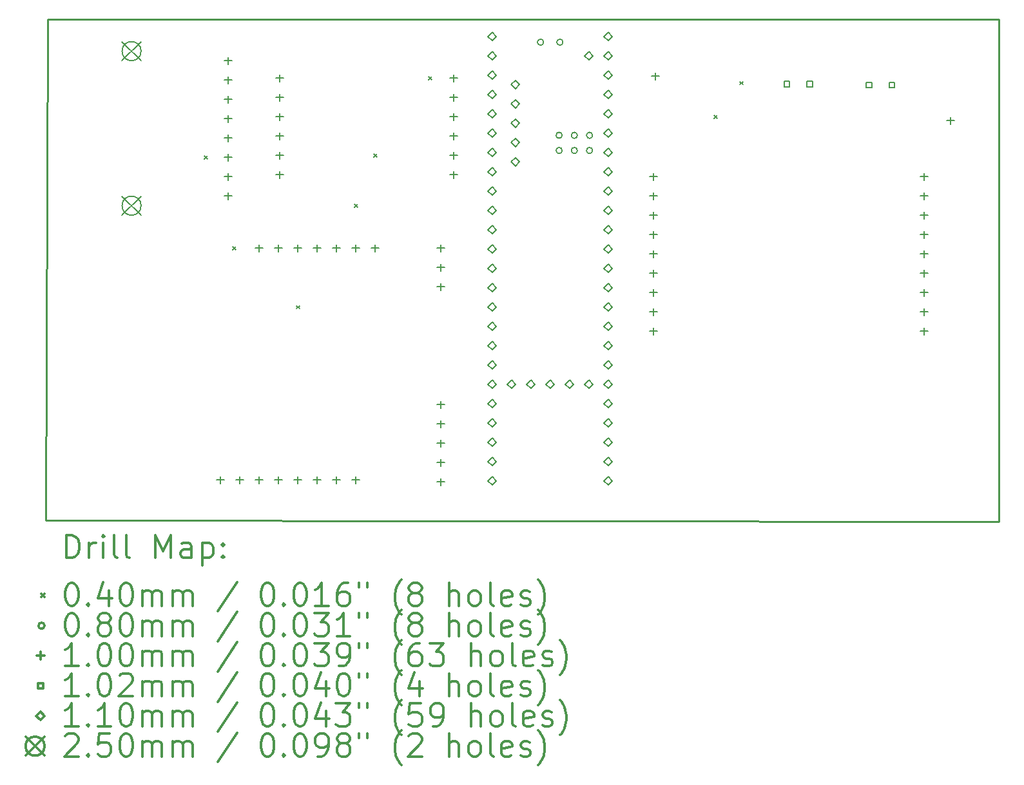
<source format=gbr>
%FSLAX45Y45*%
G04 Gerber Fmt 4.5, Leading zero omitted, Abs format (unit mm)*
G04 Created by KiCad (PCBNEW (5.1.6)-1) date 2021-11-13 14:57:14*
%MOMM*%
%LPD*%
G01*
G04 APERTURE LIST*
%TA.AperFunction,Profile*%
%ADD10C,0.254000*%
%TD*%
%ADD11C,0.200000*%
%ADD12C,0.300000*%
G04 APERTURE END LIST*
D10*
X4699000Y-11214100D02*
X4724400Y-4622800D01*
X17221200Y-11226800D02*
X4699000Y-11214100D01*
X17221200Y-4622800D02*
X17221200Y-11226800D01*
X4724400Y-4622800D02*
X17221200Y-4622800D01*
D11*
X6787200Y-6418900D02*
X6827200Y-6458900D01*
X6827200Y-6418900D02*
X6787200Y-6458900D01*
X7155500Y-7612700D02*
X7195500Y-7652700D01*
X7195500Y-7612700D02*
X7155500Y-7652700D01*
X7993700Y-8387400D02*
X8033700Y-8427400D01*
X8033700Y-8387400D02*
X7993700Y-8427400D01*
X8755700Y-7053900D02*
X8795700Y-7093900D01*
X8795700Y-7053900D02*
X8755700Y-7093900D01*
X9009700Y-6393500D02*
X9049700Y-6433500D01*
X9049700Y-6393500D02*
X9009700Y-6433500D01*
X9733600Y-5377500D02*
X9773600Y-5417500D01*
X9773600Y-5377500D02*
X9733600Y-5417500D01*
X13480100Y-5885500D02*
X13520100Y-5925500D01*
X13520100Y-5885500D02*
X13480100Y-5925500D01*
X13823000Y-5441000D02*
X13863000Y-5481000D01*
X13863000Y-5441000D02*
X13823000Y-5481000D01*
X11241400Y-4924400D02*
G75*
G03*
X11241400Y-4924400I-40000J0D01*
G01*
X11486560Y-6148400D02*
G75*
G03*
X11486560Y-6148400I-40000J0D01*
G01*
X11486560Y-6348400D02*
G75*
G03*
X11486560Y-6348400I-40000J0D01*
G01*
X11495400Y-4924400D02*
G75*
G03*
X11495400Y-4924400I-40000J0D01*
G01*
X11686560Y-6148400D02*
G75*
G03*
X11686560Y-6148400I-40000J0D01*
G01*
X11686560Y-6348400D02*
G75*
G03*
X11686560Y-6348400I-40000J0D01*
G01*
X11886560Y-6148400D02*
G75*
G03*
X11886560Y-6148400I-40000J0D01*
G01*
X11886560Y-6348400D02*
G75*
G03*
X11886560Y-6348400I-40000J0D01*
G01*
X7099300Y-5118900D02*
X7099300Y-5218900D01*
X7049300Y-5168900D02*
X7149300Y-5168900D01*
X7099300Y-5372900D02*
X7099300Y-5472900D01*
X7049300Y-5422900D02*
X7149300Y-5422900D01*
X7099300Y-5626900D02*
X7099300Y-5726900D01*
X7049300Y-5676900D02*
X7149300Y-5676900D01*
X7099300Y-5880900D02*
X7099300Y-5980900D01*
X7049300Y-5930900D02*
X7149300Y-5930900D01*
X7099300Y-6134900D02*
X7099300Y-6234900D01*
X7049300Y-6184900D02*
X7149300Y-6184900D01*
X7099300Y-6388900D02*
X7099300Y-6488900D01*
X7049300Y-6438900D02*
X7149300Y-6438900D01*
X7099300Y-6642900D02*
X7099300Y-6742900D01*
X7049300Y-6692900D02*
X7149300Y-6692900D01*
X7099300Y-6896900D02*
X7099300Y-6996900D01*
X7049300Y-6946900D02*
X7149300Y-6946900D01*
X16243300Y-6642900D02*
X16243300Y-6742900D01*
X16193300Y-6692900D02*
X16293300Y-6692900D01*
X16243300Y-6896900D02*
X16243300Y-6996900D01*
X16193300Y-6946900D02*
X16293300Y-6946900D01*
X16243300Y-7150900D02*
X16243300Y-7250900D01*
X16193300Y-7200900D02*
X16293300Y-7200900D01*
X16243300Y-7404900D02*
X16243300Y-7504900D01*
X16193300Y-7454900D02*
X16293300Y-7454900D01*
X16243300Y-7658900D02*
X16243300Y-7758900D01*
X16193300Y-7708900D02*
X16293300Y-7708900D01*
X16243300Y-7912900D02*
X16243300Y-8012900D01*
X16193300Y-7962900D02*
X16293300Y-7962900D01*
X16243300Y-8166900D02*
X16243300Y-8266900D01*
X16193300Y-8216900D02*
X16293300Y-8216900D01*
X16243300Y-8420900D02*
X16243300Y-8520900D01*
X16193300Y-8470900D02*
X16293300Y-8470900D01*
X16243300Y-8674900D02*
X16243300Y-8774900D01*
X16193300Y-8724900D02*
X16293300Y-8724900D01*
X6997700Y-10630700D02*
X6997700Y-10730700D01*
X6947700Y-10680700D02*
X7047700Y-10680700D01*
X7251700Y-10630700D02*
X7251700Y-10730700D01*
X7201700Y-10680700D02*
X7301700Y-10680700D01*
X7505700Y-10630700D02*
X7505700Y-10730700D01*
X7455700Y-10680700D02*
X7555700Y-10680700D01*
X7759700Y-10630700D02*
X7759700Y-10730700D01*
X7709700Y-10680700D02*
X7809700Y-10680700D01*
X8013700Y-10630700D02*
X8013700Y-10730700D01*
X7963700Y-10680700D02*
X8063700Y-10680700D01*
X8267700Y-10630700D02*
X8267700Y-10730700D01*
X8217700Y-10680700D02*
X8317700Y-10680700D01*
X8521700Y-10630700D02*
X8521700Y-10730700D01*
X8471700Y-10680700D02*
X8571700Y-10680700D01*
X8775700Y-10630700D02*
X8775700Y-10730700D01*
X8725700Y-10680700D02*
X8825700Y-10680700D01*
X9893300Y-9640100D02*
X9893300Y-9740100D01*
X9843300Y-9690100D02*
X9943300Y-9690100D01*
X9893300Y-9894100D02*
X9893300Y-9994100D01*
X9843300Y-9944100D02*
X9943300Y-9944100D01*
X9893300Y-10148100D02*
X9893300Y-10248100D01*
X9843300Y-10198100D02*
X9943300Y-10198100D01*
X9893300Y-10402100D02*
X9893300Y-10502100D01*
X9843300Y-10452100D02*
X9943300Y-10452100D01*
X9893300Y-10656100D02*
X9893300Y-10756100D01*
X9843300Y-10706100D02*
X9943300Y-10706100D01*
X7505700Y-7582700D02*
X7505700Y-7682700D01*
X7455700Y-7632700D02*
X7555700Y-7632700D01*
X7759700Y-7582700D02*
X7759700Y-7682700D01*
X7709700Y-7632700D02*
X7809700Y-7632700D01*
X8013700Y-7582700D02*
X8013700Y-7682700D01*
X7963700Y-7632700D02*
X8063700Y-7632700D01*
X8267700Y-7582700D02*
X8267700Y-7682700D01*
X8217700Y-7632700D02*
X8317700Y-7632700D01*
X8521700Y-7582700D02*
X8521700Y-7682700D01*
X8471700Y-7632700D02*
X8571700Y-7632700D01*
X8775700Y-7582700D02*
X8775700Y-7682700D01*
X8725700Y-7632700D02*
X8825700Y-7632700D01*
X9029700Y-7582700D02*
X9029700Y-7682700D01*
X8979700Y-7632700D02*
X9079700Y-7632700D01*
X9893300Y-7582700D02*
X9893300Y-7682700D01*
X9843300Y-7632700D02*
X9943300Y-7632700D01*
X9893300Y-7836700D02*
X9893300Y-7936700D01*
X9843300Y-7886700D02*
X9943300Y-7886700D01*
X9893300Y-8090700D02*
X9893300Y-8190700D01*
X9843300Y-8140700D02*
X9943300Y-8140700D01*
X10058400Y-5347500D02*
X10058400Y-5447500D01*
X10008400Y-5397500D02*
X10108400Y-5397500D01*
X10058400Y-5601500D02*
X10058400Y-5701500D01*
X10008400Y-5651500D02*
X10108400Y-5651500D01*
X10058400Y-5855500D02*
X10058400Y-5955500D01*
X10008400Y-5905500D02*
X10108400Y-5905500D01*
X10058400Y-6109500D02*
X10058400Y-6209500D01*
X10008400Y-6159500D02*
X10108400Y-6159500D01*
X10058400Y-6363500D02*
X10058400Y-6463500D01*
X10008400Y-6413500D02*
X10108400Y-6413500D01*
X10058400Y-6617500D02*
X10058400Y-6717500D01*
X10008400Y-6667500D02*
X10108400Y-6667500D01*
X12687300Y-6642900D02*
X12687300Y-6742900D01*
X12637300Y-6692900D02*
X12737300Y-6692900D01*
X12687300Y-6896900D02*
X12687300Y-6996900D01*
X12637300Y-6946900D02*
X12737300Y-6946900D01*
X12687300Y-7150900D02*
X12687300Y-7250900D01*
X12637300Y-7200900D02*
X12737300Y-7200900D01*
X12687300Y-7404900D02*
X12687300Y-7504900D01*
X12637300Y-7454900D02*
X12737300Y-7454900D01*
X12687300Y-7658900D02*
X12687300Y-7758900D01*
X12637300Y-7708900D02*
X12737300Y-7708900D01*
X12687300Y-7912900D02*
X12687300Y-8012900D01*
X12637300Y-7962900D02*
X12737300Y-7962900D01*
X12687300Y-8166900D02*
X12687300Y-8266900D01*
X12637300Y-8216900D02*
X12737300Y-8216900D01*
X12687300Y-8420900D02*
X12687300Y-8520900D01*
X12637300Y-8470900D02*
X12737300Y-8470900D01*
X12687300Y-8674900D02*
X12687300Y-8774900D01*
X12637300Y-8724900D02*
X12737300Y-8724900D01*
X16586200Y-5906300D02*
X16586200Y-6006300D01*
X16536200Y-5956300D02*
X16636200Y-5956300D01*
X12712700Y-5322100D02*
X12712700Y-5422100D01*
X12662700Y-5372100D02*
X12762700Y-5372100D01*
X7772400Y-5347500D02*
X7772400Y-5447500D01*
X7722400Y-5397500D02*
X7822400Y-5397500D01*
X7772400Y-5601500D02*
X7772400Y-5701500D01*
X7722400Y-5651500D02*
X7822400Y-5651500D01*
X7772400Y-5855500D02*
X7772400Y-5955500D01*
X7722400Y-5905500D02*
X7822400Y-5905500D01*
X7772400Y-6109500D02*
X7772400Y-6209500D01*
X7722400Y-6159500D02*
X7822400Y-6159500D01*
X7772400Y-6363500D02*
X7772400Y-6463500D01*
X7722400Y-6413500D02*
X7822400Y-6413500D01*
X7772400Y-6617500D02*
X7772400Y-6717500D01*
X7722400Y-6667500D02*
X7822400Y-6667500D01*
X14475963Y-5509763D02*
X14475963Y-5437637D01*
X14403837Y-5437637D01*
X14403837Y-5509763D01*
X14475963Y-5509763D01*
X14775963Y-5509763D02*
X14775963Y-5437637D01*
X14703837Y-5437637D01*
X14703837Y-5509763D01*
X14775963Y-5509763D01*
X15555463Y-5522463D02*
X15555463Y-5450337D01*
X15483337Y-5450337D01*
X15483337Y-5522463D01*
X15555463Y-5522463D01*
X15855463Y-5522463D02*
X15855463Y-5450337D01*
X15783337Y-5450337D01*
X15783337Y-5522463D01*
X15855463Y-5522463D01*
X10566400Y-4906400D02*
X10621400Y-4851400D01*
X10566400Y-4796400D01*
X10511400Y-4851400D01*
X10566400Y-4906400D01*
X10566400Y-5160400D02*
X10621400Y-5105400D01*
X10566400Y-5050400D01*
X10511400Y-5105400D01*
X10566400Y-5160400D01*
X10566400Y-5414400D02*
X10621400Y-5359400D01*
X10566400Y-5304400D01*
X10511400Y-5359400D01*
X10566400Y-5414400D01*
X10566400Y-5668400D02*
X10621400Y-5613400D01*
X10566400Y-5558400D01*
X10511400Y-5613400D01*
X10566400Y-5668400D01*
X10566400Y-5922400D02*
X10621400Y-5867400D01*
X10566400Y-5812400D01*
X10511400Y-5867400D01*
X10566400Y-5922400D01*
X10566400Y-6176400D02*
X10621400Y-6121400D01*
X10566400Y-6066400D01*
X10511400Y-6121400D01*
X10566400Y-6176400D01*
X10566400Y-6430400D02*
X10621400Y-6375400D01*
X10566400Y-6320400D01*
X10511400Y-6375400D01*
X10566400Y-6430400D01*
X10566400Y-6684400D02*
X10621400Y-6629400D01*
X10566400Y-6574400D01*
X10511400Y-6629400D01*
X10566400Y-6684400D01*
X10566400Y-6938400D02*
X10621400Y-6883400D01*
X10566400Y-6828400D01*
X10511400Y-6883400D01*
X10566400Y-6938400D01*
X10566400Y-7192400D02*
X10621400Y-7137400D01*
X10566400Y-7082400D01*
X10511400Y-7137400D01*
X10566400Y-7192400D01*
X10566400Y-7446400D02*
X10621400Y-7391400D01*
X10566400Y-7336400D01*
X10511400Y-7391400D01*
X10566400Y-7446400D01*
X10566400Y-7700400D02*
X10621400Y-7645400D01*
X10566400Y-7590400D01*
X10511400Y-7645400D01*
X10566400Y-7700400D01*
X10566400Y-7954400D02*
X10621400Y-7899400D01*
X10566400Y-7844400D01*
X10511400Y-7899400D01*
X10566400Y-7954400D01*
X10566400Y-8208400D02*
X10621400Y-8153400D01*
X10566400Y-8098400D01*
X10511400Y-8153400D01*
X10566400Y-8208400D01*
X10566400Y-8462400D02*
X10621400Y-8407400D01*
X10566400Y-8352400D01*
X10511400Y-8407400D01*
X10566400Y-8462400D01*
X10566400Y-8716400D02*
X10621400Y-8661400D01*
X10566400Y-8606400D01*
X10511400Y-8661400D01*
X10566400Y-8716400D01*
X10566400Y-8970400D02*
X10621400Y-8915400D01*
X10566400Y-8860400D01*
X10511400Y-8915400D01*
X10566400Y-8970400D01*
X10566400Y-9224400D02*
X10621400Y-9169400D01*
X10566400Y-9114400D01*
X10511400Y-9169400D01*
X10566400Y-9224400D01*
X10566400Y-9478400D02*
X10621400Y-9423400D01*
X10566400Y-9368400D01*
X10511400Y-9423400D01*
X10566400Y-9478400D01*
X10566400Y-9732400D02*
X10621400Y-9677400D01*
X10566400Y-9622400D01*
X10511400Y-9677400D01*
X10566400Y-9732400D01*
X10566400Y-9986400D02*
X10621400Y-9931400D01*
X10566400Y-9876400D01*
X10511400Y-9931400D01*
X10566400Y-9986400D01*
X10566400Y-10240400D02*
X10621400Y-10185400D01*
X10566400Y-10130400D01*
X10511400Y-10185400D01*
X10566400Y-10240400D01*
X10566400Y-10494400D02*
X10621400Y-10439400D01*
X10566400Y-10384400D01*
X10511400Y-10439400D01*
X10566400Y-10494400D01*
X10566400Y-10748400D02*
X10621400Y-10693400D01*
X10566400Y-10638400D01*
X10511400Y-10693400D01*
X10566400Y-10748400D01*
X10820400Y-9478400D02*
X10875400Y-9423400D01*
X10820400Y-9368400D01*
X10765400Y-9423400D01*
X10820400Y-9478400D01*
X10871480Y-5536320D02*
X10926480Y-5481320D01*
X10871480Y-5426320D01*
X10816480Y-5481320D01*
X10871480Y-5536320D01*
X10871480Y-5790320D02*
X10926480Y-5735320D01*
X10871480Y-5680320D01*
X10816480Y-5735320D01*
X10871480Y-5790320D01*
X10871480Y-6044320D02*
X10926480Y-5989320D01*
X10871480Y-5934320D01*
X10816480Y-5989320D01*
X10871480Y-6044320D01*
X10871480Y-6298320D02*
X10926480Y-6243320D01*
X10871480Y-6188320D01*
X10816480Y-6243320D01*
X10871480Y-6298320D01*
X10871480Y-6552320D02*
X10926480Y-6497320D01*
X10871480Y-6442320D01*
X10816480Y-6497320D01*
X10871480Y-6552320D01*
X11074400Y-9478400D02*
X11129400Y-9423400D01*
X11074400Y-9368400D01*
X11019400Y-9423400D01*
X11074400Y-9478400D01*
X11328400Y-9478400D02*
X11383400Y-9423400D01*
X11328400Y-9368400D01*
X11273400Y-9423400D01*
X11328400Y-9478400D01*
X11582400Y-9478400D02*
X11637400Y-9423400D01*
X11582400Y-9368400D01*
X11527400Y-9423400D01*
X11582400Y-9478400D01*
X11836400Y-5160400D02*
X11891400Y-5105400D01*
X11836400Y-5050400D01*
X11781400Y-5105400D01*
X11836400Y-5160400D01*
X11836400Y-9478400D02*
X11891400Y-9423400D01*
X11836400Y-9368400D01*
X11781400Y-9423400D01*
X11836400Y-9478400D01*
X12090400Y-4906400D02*
X12145400Y-4851400D01*
X12090400Y-4796400D01*
X12035400Y-4851400D01*
X12090400Y-4906400D01*
X12090400Y-5160400D02*
X12145400Y-5105400D01*
X12090400Y-5050400D01*
X12035400Y-5105400D01*
X12090400Y-5160400D01*
X12090400Y-5414400D02*
X12145400Y-5359400D01*
X12090400Y-5304400D01*
X12035400Y-5359400D01*
X12090400Y-5414400D01*
X12090400Y-5668400D02*
X12145400Y-5613400D01*
X12090400Y-5558400D01*
X12035400Y-5613400D01*
X12090400Y-5668400D01*
X12090400Y-5922400D02*
X12145400Y-5867400D01*
X12090400Y-5812400D01*
X12035400Y-5867400D01*
X12090400Y-5922400D01*
X12090400Y-6176400D02*
X12145400Y-6121400D01*
X12090400Y-6066400D01*
X12035400Y-6121400D01*
X12090400Y-6176400D01*
X12090400Y-6430400D02*
X12145400Y-6375400D01*
X12090400Y-6320400D01*
X12035400Y-6375400D01*
X12090400Y-6430400D01*
X12090400Y-6684400D02*
X12145400Y-6629400D01*
X12090400Y-6574400D01*
X12035400Y-6629400D01*
X12090400Y-6684400D01*
X12090400Y-6938400D02*
X12145400Y-6883400D01*
X12090400Y-6828400D01*
X12035400Y-6883400D01*
X12090400Y-6938400D01*
X12090400Y-7192400D02*
X12145400Y-7137400D01*
X12090400Y-7082400D01*
X12035400Y-7137400D01*
X12090400Y-7192400D01*
X12090400Y-7446400D02*
X12145400Y-7391400D01*
X12090400Y-7336400D01*
X12035400Y-7391400D01*
X12090400Y-7446400D01*
X12090400Y-7700400D02*
X12145400Y-7645400D01*
X12090400Y-7590400D01*
X12035400Y-7645400D01*
X12090400Y-7700400D01*
X12090400Y-7954400D02*
X12145400Y-7899400D01*
X12090400Y-7844400D01*
X12035400Y-7899400D01*
X12090400Y-7954400D01*
X12090400Y-8208400D02*
X12145400Y-8153400D01*
X12090400Y-8098400D01*
X12035400Y-8153400D01*
X12090400Y-8208400D01*
X12090400Y-8462400D02*
X12145400Y-8407400D01*
X12090400Y-8352400D01*
X12035400Y-8407400D01*
X12090400Y-8462400D01*
X12090400Y-8716400D02*
X12145400Y-8661400D01*
X12090400Y-8606400D01*
X12035400Y-8661400D01*
X12090400Y-8716400D01*
X12090400Y-8970400D02*
X12145400Y-8915400D01*
X12090400Y-8860400D01*
X12035400Y-8915400D01*
X12090400Y-8970400D01*
X12090400Y-9224400D02*
X12145400Y-9169400D01*
X12090400Y-9114400D01*
X12035400Y-9169400D01*
X12090400Y-9224400D01*
X12090400Y-9478400D02*
X12145400Y-9423400D01*
X12090400Y-9368400D01*
X12035400Y-9423400D01*
X12090400Y-9478400D01*
X12090400Y-9732400D02*
X12145400Y-9677400D01*
X12090400Y-9622400D01*
X12035400Y-9677400D01*
X12090400Y-9732400D01*
X12090400Y-9986400D02*
X12145400Y-9931400D01*
X12090400Y-9876400D01*
X12035400Y-9931400D01*
X12090400Y-9986400D01*
X12090400Y-10240400D02*
X12145400Y-10185400D01*
X12090400Y-10130400D01*
X12035400Y-10185400D01*
X12090400Y-10240400D01*
X12090400Y-10494400D02*
X12145400Y-10439400D01*
X12090400Y-10384400D01*
X12035400Y-10439400D01*
X12090400Y-10494400D01*
X12090400Y-10748400D02*
X12145400Y-10693400D01*
X12090400Y-10638400D01*
X12035400Y-10693400D01*
X12090400Y-10748400D01*
X5704300Y-4916900D02*
X5954300Y-5166900D01*
X5954300Y-4916900D02*
X5704300Y-5166900D01*
X5954300Y-5041900D02*
G75*
G03*
X5954300Y-5041900I-125000J0D01*
G01*
X5704300Y-6948900D02*
X5954300Y-7198900D01*
X5954300Y-6948900D02*
X5704300Y-7198900D01*
X5954300Y-7073900D02*
G75*
G03*
X5954300Y-7073900I-125000J0D01*
G01*
D12*
X4972728Y-11705214D02*
X4972728Y-11405214D01*
X5044157Y-11405214D01*
X5087014Y-11419500D01*
X5115586Y-11448071D01*
X5129871Y-11476643D01*
X5144157Y-11533786D01*
X5144157Y-11576643D01*
X5129871Y-11633786D01*
X5115586Y-11662357D01*
X5087014Y-11690929D01*
X5044157Y-11705214D01*
X4972728Y-11705214D01*
X5272728Y-11705214D02*
X5272728Y-11505214D01*
X5272728Y-11562357D02*
X5287014Y-11533786D01*
X5301300Y-11519500D01*
X5329871Y-11505214D01*
X5358443Y-11505214D01*
X5458443Y-11705214D02*
X5458443Y-11505214D01*
X5458443Y-11405214D02*
X5444157Y-11419500D01*
X5458443Y-11433786D01*
X5472728Y-11419500D01*
X5458443Y-11405214D01*
X5458443Y-11433786D01*
X5644157Y-11705214D02*
X5615586Y-11690929D01*
X5601300Y-11662357D01*
X5601300Y-11405214D01*
X5801300Y-11705214D02*
X5772728Y-11690929D01*
X5758443Y-11662357D01*
X5758443Y-11405214D01*
X6144157Y-11705214D02*
X6144157Y-11405214D01*
X6244157Y-11619500D01*
X6344157Y-11405214D01*
X6344157Y-11705214D01*
X6615586Y-11705214D02*
X6615586Y-11548071D01*
X6601300Y-11519500D01*
X6572728Y-11505214D01*
X6515586Y-11505214D01*
X6487014Y-11519500D01*
X6615586Y-11690929D02*
X6587014Y-11705214D01*
X6515586Y-11705214D01*
X6487014Y-11690929D01*
X6472728Y-11662357D01*
X6472728Y-11633786D01*
X6487014Y-11605214D01*
X6515586Y-11590929D01*
X6587014Y-11590929D01*
X6615586Y-11576643D01*
X6758443Y-11505214D02*
X6758443Y-11805214D01*
X6758443Y-11519500D02*
X6787014Y-11505214D01*
X6844157Y-11505214D01*
X6872728Y-11519500D01*
X6887014Y-11533786D01*
X6901300Y-11562357D01*
X6901300Y-11648071D01*
X6887014Y-11676643D01*
X6872728Y-11690929D01*
X6844157Y-11705214D01*
X6787014Y-11705214D01*
X6758443Y-11690929D01*
X7029871Y-11676643D02*
X7044157Y-11690929D01*
X7029871Y-11705214D01*
X7015586Y-11690929D01*
X7029871Y-11676643D01*
X7029871Y-11705214D01*
X7029871Y-11519500D02*
X7044157Y-11533786D01*
X7029871Y-11548071D01*
X7015586Y-11533786D01*
X7029871Y-11519500D01*
X7029871Y-11548071D01*
X4646300Y-12179500D02*
X4686300Y-12219500D01*
X4686300Y-12179500D02*
X4646300Y-12219500D01*
X5029871Y-12035214D02*
X5058443Y-12035214D01*
X5087014Y-12049500D01*
X5101300Y-12063786D01*
X5115586Y-12092357D01*
X5129871Y-12149500D01*
X5129871Y-12220929D01*
X5115586Y-12278071D01*
X5101300Y-12306643D01*
X5087014Y-12320929D01*
X5058443Y-12335214D01*
X5029871Y-12335214D01*
X5001300Y-12320929D01*
X4987014Y-12306643D01*
X4972728Y-12278071D01*
X4958443Y-12220929D01*
X4958443Y-12149500D01*
X4972728Y-12092357D01*
X4987014Y-12063786D01*
X5001300Y-12049500D01*
X5029871Y-12035214D01*
X5258443Y-12306643D02*
X5272728Y-12320929D01*
X5258443Y-12335214D01*
X5244157Y-12320929D01*
X5258443Y-12306643D01*
X5258443Y-12335214D01*
X5529871Y-12135214D02*
X5529871Y-12335214D01*
X5458443Y-12020929D02*
X5387014Y-12235214D01*
X5572728Y-12235214D01*
X5744157Y-12035214D02*
X5772728Y-12035214D01*
X5801300Y-12049500D01*
X5815586Y-12063786D01*
X5829871Y-12092357D01*
X5844157Y-12149500D01*
X5844157Y-12220929D01*
X5829871Y-12278071D01*
X5815586Y-12306643D01*
X5801300Y-12320929D01*
X5772728Y-12335214D01*
X5744157Y-12335214D01*
X5715586Y-12320929D01*
X5701300Y-12306643D01*
X5687014Y-12278071D01*
X5672728Y-12220929D01*
X5672728Y-12149500D01*
X5687014Y-12092357D01*
X5701300Y-12063786D01*
X5715586Y-12049500D01*
X5744157Y-12035214D01*
X5972728Y-12335214D02*
X5972728Y-12135214D01*
X5972728Y-12163786D02*
X5987014Y-12149500D01*
X6015586Y-12135214D01*
X6058443Y-12135214D01*
X6087014Y-12149500D01*
X6101300Y-12178071D01*
X6101300Y-12335214D01*
X6101300Y-12178071D02*
X6115586Y-12149500D01*
X6144157Y-12135214D01*
X6187014Y-12135214D01*
X6215586Y-12149500D01*
X6229871Y-12178071D01*
X6229871Y-12335214D01*
X6372728Y-12335214D02*
X6372728Y-12135214D01*
X6372728Y-12163786D02*
X6387014Y-12149500D01*
X6415586Y-12135214D01*
X6458443Y-12135214D01*
X6487014Y-12149500D01*
X6501300Y-12178071D01*
X6501300Y-12335214D01*
X6501300Y-12178071D02*
X6515586Y-12149500D01*
X6544157Y-12135214D01*
X6587014Y-12135214D01*
X6615586Y-12149500D01*
X6629871Y-12178071D01*
X6629871Y-12335214D01*
X7215586Y-12020929D02*
X6958443Y-12406643D01*
X7601300Y-12035214D02*
X7629871Y-12035214D01*
X7658443Y-12049500D01*
X7672728Y-12063786D01*
X7687014Y-12092357D01*
X7701300Y-12149500D01*
X7701300Y-12220929D01*
X7687014Y-12278071D01*
X7672728Y-12306643D01*
X7658443Y-12320929D01*
X7629871Y-12335214D01*
X7601300Y-12335214D01*
X7572728Y-12320929D01*
X7558443Y-12306643D01*
X7544157Y-12278071D01*
X7529871Y-12220929D01*
X7529871Y-12149500D01*
X7544157Y-12092357D01*
X7558443Y-12063786D01*
X7572728Y-12049500D01*
X7601300Y-12035214D01*
X7829871Y-12306643D02*
X7844157Y-12320929D01*
X7829871Y-12335214D01*
X7815586Y-12320929D01*
X7829871Y-12306643D01*
X7829871Y-12335214D01*
X8029871Y-12035214D02*
X8058443Y-12035214D01*
X8087014Y-12049500D01*
X8101300Y-12063786D01*
X8115586Y-12092357D01*
X8129871Y-12149500D01*
X8129871Y-12220929D01*
X8115586Y-12278071D01*
X8101300Y-12306643D01*
X8087014Y-12320929D01*
X8058443Y-12335214D01*
X8029871Y-12335214D01*
X8001300Y-12320929D01*
X7987014Y-12306643D01*
X7972728Y-12278071D01*
X7958443Y-12220929D01*
X7958443Y-12149500D01*
X7972728Y-12092357D01*
X7987014Y-12063786D01*
X8001300Y-12049500D01*
X8029871Y-12035214D01*
X8415586Y-12335214D02*
X8244157Y-12335214D01*
X8329871Y-12335214D02*
X8329871Y-12035214D01*
X8301300Y-12078071D01*
X8272728Y-12106643D01*
X8244157Y-12120929D01*
X8672728Y-12035214D02*
X8615586Y-12035214D01*
X8587014Y-12049500D01*
X8572728Y-12063786D01*
X8544157Y-12106643D01*
X8529871Y-12163786D01*
X8529871Y-12278071D01*
X8544157Y-12306643D01*
X8558443Y-12320929D01*
X8587014Y-12335214D01*
X8644157Y-12335214D01*
X8672728Y-12320929D01*
X8687014Y-12306643D01*
X8701300Y-12278071D01*
X8701300Y-12206643D01*
X8687014Y-12178071D01*
X8672728Y-12163786D01*
X8644157Y-12149500D01*
X8587014Y-12149500D01*
X8558443Y-12163786D01*
X8544157Y-12178071D01*
X8529871Y-12206643D01*
X8815586Y-12035214D02*
X8815586Y-12092357D01*
X8929871Y-12035214D02*
X8929871Y-12092357D01*
X9372728Y-12449500D02*
X9358443Y-12435214D01*
X9329871Y-12392357D01*
X9315586Y-12363786D01*
X9301300Y-12320929D01*
X9287014Y-12249500D01*
X9287014Y-12192357D01*
X9301300Y-12120929D01*
X9315586Y-12078071D01*
X9329871Y-12049500D01*
X9358443Y-12006643D01*
X9372728Y-11992357D01*
X9529871Y-12163786D02*
X9501300Y-12149500D01*
X9487014Y-12135214D01*
X9472728Y-12106643D01*
X9472728Y-12092357D01*
X9487014Y-12063786D01*
X9501300Y-12049500D01*
X9529871Y-12035214D01*
X9587014Y-12035214D01*
X9615586Y-12049500D01*
X9629871Y-12063786D01*
X9644157Y-12092357D01*
X9644157Y-12106643D01*
X9629871Y-12135214D01*
X9615586Y-12149500D01*
X9587014Y-12163786D01*
X9529871Y-12163786D01*
X9501300Y-12178071D01*
X9487014Y-12192357D01*
X9472728Y-12220929D01*
X9472728Y-12278071D01*
X9487014Y-12306643D01*
X9501300Y-12320929D01*
X9529871Y-12335214D01*
X9587014Y-12335214D01*
X9615586Y-12320929D01*
X9629871Y-12306643D01*
X9644157Y-12278071D01*
X9644157Y-12220929D01*
X9629871Y-12192357D01*
X9615586Y-12178071D01*
X9587014Y-12163786D01*
X10001300Y-12335214D02*
X10001300Y-12035214D01*
X10129871Y-12335214D02*
X10129871Y-12178071D01*
X10115586Y-12149500D01*
X10087014Y-12135214D01*
X10044157Y-12135214D01*
X10015586Y-12149500D01*
X10001300Y-12163786D01*
X10315586Y-12335214D02*
X10287014Y-12320929D01*
X10272728Y-12306643D01*
X10258443Y-12278071D01*
X10258443Y-12192357D01*
X10272728Y-12163786D01*
X10287014Y-12149500D01*
X10315586Y-12135214D01*
X10358443Y-12135214D01*
X10387014Y-12149500D01*
X10401300Y-12163786D01*
X10415586Y-12192357D01*
X10415586Y-12278071D01*
X10401300Y-12306643D01*
X10387014Y-12320929D01*
X10358443Y-12335214D01*
X10315586Y-12335214D01*
X10587014Y-12335214D02*
X10558443Y-12320929D01*
X10544157Y-12292357D01*
X10544157Y-12035214D01*
X10815586Y-12320929D02*
X10787014Y-12335214D01*
X10729871Y-12335214D01*
X10701300Y-12320929D01*
X10687014Y-12292357D01*
X10687014Y-12178071D01*
X10701300Y-12149500D01*
X10729871Y-12135214D01*
X10787014Y-12135214D01*
X10815586Y-12149500D01*
X10829871Y-12178071D01*
X10829871Y-12206643D01*
X10687014Y-12235214D01*
X10944157Y-12320929D02*
X10972728Y-12335214D01*
X11029871Y-12335214D01*
X11058443Y-12320929D01*
X11072728Y-12292357D01*
X11072728Y-12278071D01*
X11058443Y-12249500D01*
X11029871Y-12235214D01*
X10987014Y-12235214D01*
X10958443Y-12220929D01*
X10944157Y-12192357D01*
X10944157Y-12178071D01*
X10958443Y-12149500D01*
X10987014Y-12135214D01*
X11029871Y-12135214D01*
X11058443Y-12149500D01*
X11172728Y-12449500D02*
X11187014Y-12435214D01*
X11215586Y-12392357D01*
X11229871Y-12363786D01*
X11244157Y-12320929D01*
X11258443Y-12249500D01*
X11258443Y-12192357D01*
X11244157Y-12120929D01*
X11229871Y-12078071D01*
X11215586Y-12049500D01*
X11187014Y-12006643D01*
X11172728Y-11992357D01*
X4686300Y-12595500D02*
G75*
G03*
X4686300Y-12595500I-40000J0D01*
G01*
X5029871Y-12431214D02*
X5058443Y-12431214D01*
X5087014Y-12445500D01*
X5101300Y-12459786D01*
X5115586Y-12488357D01*
X5129871Y-12545500D01*
X5129871Y-12616929D01*
X5115586Y-12674071D01*
X5101300Y-12702643D01*
X5087014Y-12716929D01*
X5058443Y-12731214D01*
X5029871Y-12731214D01*
X5001300Y-12716929D01*
X4987014Y-12702643D01*
X4972728Y-12674071D01*
X4958443Y-12616929D01*
X4958443Y-12545500D01*
X4972728Y-12488357D01*
X4987014Y-12459786D01*
X5001300Y-12445500D01*
X5029871Y-12431214D01*
X5258443Y-12702643D02*
X5272728Y-12716929D01*
X5258443Y-12731214D01*
X5244157Y-12716929D01*
X5258443Y-12702643D01*
X5258443Y-12731214D01*
X5444157Y-12559786D02*
X5415586Y-12545500D01*
X5401300Y-12531214D01*
X5387014Y-12502643D01*
X5387014Y-12488357D01*
X5401300Y-12459786D01*
X5415586Y-12445500D01*
X5444157Y-12431214D01*
X5501300Y-12431214D01*
X5529871Y-12445500D01*
X5544157Y-12459786D01*
X5558443Y-12488357D01*
X5558443Y-12502643D01*
X5544157Y-12531214D01*
X5529871Y-12545500D01*
X5501300Y-12559786D01*
X5444157Y-12559786D01*
X5415586Y-12574071D01*
X5401300Y-12588357D01*
X5387014Y-12616929D01*
X5387014Y-12674071D01*
X5401300Y-12702643D01*
X5415586Y-12716929D01*
X5444157Y-12731214D01*
X5501300Y-12731214D01*
X5529871Y-12716929D01*
X5544157Y-12702643D01*
X5558443Y-12674071D01*
X5558443Y-12616929D01*
X5544157Y-12588357D01*
X5529871Y-12574071D01*
X5501300Y-12559786D01*
X5744157Y-12431214D02*
X5772728Y-12431214D01*
X5801300Y-12445500D01*
X5815586Y-12459786D01*
X5829871Y-12488357D01*
X5844157Y-12545500D01*
X5844157Y-12616929D01*
X5829871Y-12674071D01*
X5815586Y-12702643D01*
X5801300Y-12716929D01*
X5772728Y-12731214D01*
X5744157Y-12731214D01*
X5715586Y-12716929D01*
X5701300Y-12702643D01*
X5687014Y-12674071D01*
X5672728Y-12616929D01*
X5672728Y-12545500D01*
X5687014Y-12488357D01*
X5701300Y-12459786D01*
X5715586Y-12445500D01*
X5744157Y-12431214D01*
X5972728Y-12731214D02*
X5972728Y-12531214D01*
X5972728Y-12559786D02*
X5987014Y-12545500D01*
X6015586Y-12531214D01*
X6058443Y-12531214D01*
X6087014Y-12545500D01*
X6101300Y-12574071D01*
X6101300Y-12731214D01*
X6101300Y-12574071D02*
X6115586Y-12545500D01*
X6144157Y-12531214D01*
X6187014Y-12531214D01*
X6215586Y-12545500D01*
X6229871Y-12574071D01*
X6229871Y-12731214D01*
X6372728Y-12731214D02*
X6372728Y-12531214D01*
X6372728Y-12559786D02*
X6387014Y-12545500D01*
X6415586Y-12531214D01*
X6458443Y-12531214D01*
X6487014Y-12545500D01*
X6501300Y-12574071D01*
X6501300Y-12731214D01*
X6501300Y-12574071D02*
X6515586Y-12545500D01*
X6544157Y-12531214D01*
X6587014Y-12531214D01*
X6615586Y-12545500D01*
X6629871Y-12574071D01*
X6629871Y-12731214D01*
X7215586Y-12416929D02*
X6958443Y-12802643D01*
X7601300Y-12431214D02*
X7629871Y-12431214D01*
X7658443Y-12445500D01*
X7672728Y-12459786D01*
X7687014Y-12488357D01*
X7701300Y-12545500D01*
X7701300Y-12616929D01*
X7687014Y-12674071D01*
X7672728Y-12702643D01*
X7658443Y-12716929D01*
X7629871Y-12731214D01*
X7601300Y-12731214D01*
X7572728Y-12716929D01*
X7558443Y-12702643D01*
X7544157Y-12674071D01*
X7529871Y-12616929D01*
X7529871Y-12545500D01*
X7544157Y-12488357D01*
X7558443Y-12459786D01*
X7572728Y-12445500D01*
X7601300Y-12431214D01*
X7829871Y-12702643D02*
X7844157Y-12716929D01*
X7829871Y-12731214D01*
X7815586Y-12716929D01*
X7829871Y-12702643D01*
X7829871Y-12731214D01*
X8029871Y-12431214D02*
X8058443Y-12431214D01*
X8087014Y-12445500D01*
X8101300Y-12459786D01*
X8115586Y-12488357D01*
X8129871Y-12545500D01*
X8129871Y-12616929D01*
X8115586Y-12674071D01*
X8101300Y-12702643D01*
X8087014Y-12716929D01*
X8058443Y-12731214D01*
X8029871Y-12731214D01*
X8001300Y-12716929D01*
X7987014Y-12702643D01*
X7972728Y-12674071D01*
X7958443Y-12616929D01*
X7958443Y-12545500D01*
X7972728Y-12488357D01*
X7987014Y-12459786D01*
X8001300Y-12445500D01*
X8029871Y-12431214D01*
X8229871Y-12431214D02*
X8415586Y-12431214D01*
X8315586Y-12545500D01*
X8358443Y-12545500D01*
X8387014Y-12559786D01*
X8401300Y-12574071D01*
X8415586Y-12602643D01*
X8415586Y-12674071D01*
X8401300Y-12702643D01*
X8387014Y-12716929D01*
X8358443Y-12731214D01*
X8272728Y-12731214D01*
X8244157Y-12716929D01*
X8229871Y-12702643D01*
X8701300Y-12731214D02*
X8529871Y-12731214D01*
X8615586Y-12731214D02*
X8615586Y-12431214D01*
X8587014Y-12474071D01*
X8558443Y-12502643D01*
X8529871Y-12516929D01*
X8815586Y-12431214D02*
X8815586Y-12488357D01*
X8929871Y-12431214D02*
X8929871Y-12488357D01*
X9372728Y-12845500D02*
X9358443Y-12831214D01*
X9329871Y-12788357D01*
X9315586Y-12759786D01*
X9301300Y-12716929D01*
X9287014Y-12645500D01*
X9287014Y-12588357D01*
X9301300Y-12516929D01*
X9315586Y-12474071D01*
X9329871Y-12445500D01*
X9358443Y-12402643D01*
X9372728Y-12388357D01*
X9529871Y-12559786D02*
X9501300Y-12545500D01*
X9487014Y-12531214D01*
X9472728Y-12502643D01*
X9472728Y-12488357D01*
X9487014Y-12459786D01*
X9501300Y-12445500D01*
X9529871Y-12431214D01*
X9587014Y-12431214D01*
X9615586Y-12445500D01*
X9629871Y-12459786D01*
X9644157Y-12488357D01*
X9644157Y-12502643D01*
X9629871Y-12531214D01*
X9615586Y-12545500D01*
X9587014Y-12559786D01*
X9529871Y-12559786D01*
X9501300Y-12574071D01*
X9487014Y-12588357D01*
X9472728Y-12616929D01*
X9472728Y-12674071D01*
X9487014Y-12702643D01*
X9501300Y-12716929D01*
X9529871Y-12731214D01*
X9587014Y-12731214D01*
X9615586Y-12716929D01*
X9629871Y-12702643D01*
X9644157Y-12674071D01*
X9644157Y-12616929D01*
X9629871Y-12588357D01*
X9615586Y-12574071D01*
X9587014Y-12559786D01*
X10001300Y-12731214D02*
X10001300Y-12431214D01*
X10129871Y-12731214D02*
X10129871Y-12574071D01*
X10115586Y-12545500D01*
X10087014Y-12531214D01*
X10044157Y-12531214D01*
X10015586Y-12545500D01*
X10001300Y-12559786D01*
X10315586Y-12731214D02*
X10287014Y-12716929D01*
X10272728Y-12702643D01*
X10258443Y-12674071D01*
X10258443Y-12588357D01*
X10272728Y-12559786D01*
X10287014Y-12545500D01*
X10315586Y-12531214D01*
X10358443Y-12531214D01*
X10387014Y-12545500D01*
X10401300Y-12559786D01*
X10415586Y-12588357D01*
X10415586Y-12674071D01*
X10401300Y-12702643D01*
X10387014Y-12716929D01*
X10358443Y-12731214D01*
X10315586Y-12731214D01*
X10587014Y-12731214D02*
X10558443Y-12716929D01*
X10544157Y-12688357D01*
X10544157Y-12431214D01*
X10815586Y-12716929D02*
X10787014Y-12731214D01*
X10729871Y-12731214D01*
X10701300Y-12716929D01*
X10687014Y-12688357D01*
X10687014Y-12574071D01*
X10701300Y-12545500D01*
X10729871Y-12531214D01*
X10787014Y-12531214D01*
X10815586Y-12545500D01*
X10829871Y-12574071D01*
X10829871Y-12602643D01*
X10687014Y-12631214D01*
X10944157Y-12716929D02*
X10972728Y-12731214D01*
X11029871Y-12731214D01*
X11058443Y-12716929D01*
X11072728Y-12688357D01*
X11072728Y-12674071D01*
X11058443Y-12645500D01*
X11029871Y-12631214D01*
X10987014Y-12631214D01*
X10958443Y-12616929D01*
X10944157Y-12588357D01*
X10944157Y-12574071D01*
X10958443Y-12545500D01*
X10987014Y-12531214D01*
X11029871Y-12531214D01*
X11058443Y-12545500D01*
X11172728Y-12845500D02*
X11187014Y-12831214D01*
X11215586Y-12788357D01*
X11229871Y-12759786D01*
X11244157Y-12716929D01*
X11258443Y-12645500D01*
X11258443Y-12588357D01*
X11244157Y-12516929D01*
X11229871Y-12474071D01*
X11215586Y-12445500D01*
X11187014Y-12402643D01*
X11172728Y-12388357D01*
X4636300Y-12941500D02*
X4636300Y-13041500D01*
X4586300Y-12991500D02*
X4686300Y-12991500D01*
X5129871Y-13127214D02*
X4958443Y-13127214D01*
X5044157Y-13127214D02*
X5044157Y-12827214D01*
X5015586Y-12870071D01*
X4987014Y-12898643D01*
X4958443Y-12912929D01*
X5258443Y-13098643D02*
X5272728Y-13112929D01*
X5258443Y-13127214D01*
X5244157Y-13112929D01*
X5258443Y-13098643D01*
X5258443Y-13127214D01*
X5458443Y-12827214D02*
X5487014Y-12827214D01*
X5515586Y-12841500D01*
X5529871Y-12855786D01*
X5544157Y-12884357D01*
X5558443Y-12941500D01*
X5558443Y-13012929D01*
X5544157Y-13070071D01*
X5529871Y-13098643D01*
X5515586Y-13112929D01*
X5487014Y-13127214D01*
X5458443Y-13127214D01*
X5429871Y-13112929D01*
X5415586Y-13098643D01*
X5401300Y-13070071D01*
X5387014Y-13012929D01*
X5387014Y-12941500D01*
X5401300Y-12884357D01*
X5415586Y-12855786D01*
X5429871Y-12841500D01*
X5458443Y-12827214D01*
X5744157Y-12827214D02*
X5772728Y-12827214D01*
X5801300Y-12841500D01*
X5815586Y-12855786D01*
X5829871Y-12884357D01*
X5844157Y-12941500D01*
X5844157Y-13012929D01*
X5829871Y-13070071D01*
X5815586Y-13098643D01*
X5801300Y-13112929D01*
X5772728Y-13127214D01*
X5744157Y-13127214D01*
X5715586Y-13112929D01*
X5701300Y-13098643D01*
X5687014Y-13070071D01*
X5672728Y-13012929D01*
X5672728Y-12941500D01*
X5687014Y-12884357D01*
X5701300Y-12855786D01*
X5715586Y-12841500D01*
X5744157Y-12827214D01*
X5972728Y-13127214D02*
X5972728Y-12927214D01*
X5972728Y-12955786D02*
X5987014Y-12941500D01*
X6015586Y-12927214D01*
X6058443Y-12927214D01*
X6087014Y-12941500D01*
X6101300Y-12970071D01*
X6101300Y-13127214D01*
X6101300Y-12970071D02*
X6115586Y-12941500D01*
X6144157Y-12927214D01*
X6187014Y-12927214D01*
X6215586Y-12941500D01*
X6229871Y-12970071D01*
X6229871Y-13127214D01*
X6372728Y-13127214D02*
X6372728Y-12927214D01*
X6372728Y-12955786D02*
X6387014Y-12941500D01*
X6415586Y-12927214D01*
X6458443Y-12927214D01*
X6487014Y-12941500D01*
X6501300Y-12970071D01*
X6501300Y-13127214D01*
X6501300Y-12970071D02*
X6515586Y-12941500D01*
X6544157Y-12927214D01*
X6587014Y-12927214D01*
X6615586Y-12941500D01*
X6629871Y-12970071D01*
X6629871Y-13127214D01*
X7215586Y-12812929D02*
X6958443Y-13198643D01*
X7601300Y-12827214D02*
X7629871Y-12827214D01*
X7658443Y-12841500D01*
X7672728Y-12855786D01*
X7687014Y-12884357D01*
X7701300Y-12941500D01*
X7701300Y-13012929D01*
X7687014Y-13070071D01*
X7672728Y-13098643D01*
X7658443Y-13112929D01*
X7629871Y-13127214D01*
X7601300Y-13127214D01*
X7572728Y-13112929D01*
X7558443Y-13098643D01*
X7544157Y-13070071D01*
X7529871Y-13012929D01*
X7529871Y-12941500D01*
X7544157Y-12884357D01*
X7558443Y-12855786D01*
X7572728Y-12841500D01*
X7601300Y-12827214D01*
X7829871Y-13098643D02*
X7844157Y-13112929D01*
X7829871Y-13127214D01*
X7815586Y-13112929D01*
X7829871Y-13098643D01*
X7829871Y-13127214D01*
X8029871Y-12827214D02*
X8058443Y-12827214D01*
X8087014Y-12841500D01*
X8101300Y-12855786D01*
X8115586Y-12884357D01*
X8129871Y-12941500D01*
X8129871Y-13012929D01*
X8115586Y-13070071D01*
X8101300Y-13098643D01*
X8087014Y-13112929D01*
X8058443Y-13127214D01*
X8029871Y-13127214D01*
X8001300Y-13112929D01*
X7987014Y-13098643D01*
X7972728Y-13070071D01*
X7958443Y-13012929D01*
X7958443Y-12941500D01*
X7972728Y-12884357D01*
X7987014Y-12855786D01*
X8001300Y-12841500D01*
X8029871Y-12827214D01*
X8229871Y-12827214D02*
X8415586Y-12827214D01*
X8315586Y-12941500D01*
X8358443Y-12941500D01*
X8387014Y-12955786D01*
X8401300Y-12970071D01*
X8415586Y-12998643D01*
X8415586Y-13070071D01*
X8401300Y-13098643D01*
X8387014Y-13112929D01*
X8358443Y-13127214D01*
X8272728Y-13127214D01*
X8244157Y-13112929D01*
X8229871Y-13098643D01*
X8558443Y-13127214D02*
X8615586Y-13127214D01*
X8644157Y-13112929D01*
X8658443Y-13098643D01*
X8687014Y-13055786D01*
X8701300Y-12998643D01*
X8701300Y-12884357D01*
X8687014Y-12855786D01*
X8672728Y-12841500D01*
X8644157Y-12827214D01*
X8587014Y-12827214D01*
X8558443Y-12841500D01*
X8544157Y-12855786D01*
X8529871Y-12884357D01*
X8529871Y-12955786D01*
X8544157Y-12984357D01*
X8558443Y-12998643D01*
X8587014Y-13012929D01*
X8644157Y-13012929D01*
X8672728Y-12998643D01*
X8687014Y-12984357D01*
X8701300Y-12955786D01*
X8815586Y-12827214D02*
X8815586Y-12884357D01*
X8929871Y-12827214D02*
X8929871Y-12884357D01*
X9372728Y-13241500D02*
X9358443Y-13227214D01*
X9329871Y-13184357D01*
X9315586Y-13155786D01*
X9301300Y-13112929D01*
X9287014Y-13041500D01*
X9287014Y-12984357D01*
X9301300Y-12912929D01*
X9315586Y-12870071D01*
X9329871Y-12841500D01*
X9358443Y-12798643D01*
X9372728Y-12784357D01*
X9615586Y-12827214D02*
X9558443Y-12827214D01*
X9529871Y-12841500D01*
X9515586Y-12855786D01*
X9487014Y-12898643D01*
X9472728Y-12955786D01*
X9472728Y-13070071D01*
X9487014Y-13098643D01*
X9501300Y-13112929D01*
X9529871Y-13127214D01*
X9587014Y-13127214D01*
X9615586Y-13112929D01*
X9629871Y-13098643D01*
X9644157Y-13070071D01*
X9644157Y-12998643D01*
X9629871Y-12970071D01*
X9615586Y-12955786D01*
X9587014Y-12941500D01*
X9529871Y-12941500D01*
X9501300Y-12955786D01*
X9487014Y-12970071D01*
X9472728Y-12998643D01*
X9744157Y-12827214D02*
X9929871Y-12827214D01*
X9829871Y-12941500D01*
X9872728Y-12941500D01*
X9901300Y-12955786D01*
X9915586Y-12970071D01*
X9929871Y-12998643D01*
X9929871Y-13070071D01*
X9915586Y-13098643D01*
X9901300Y-13112929D01*
X9872728Y-13127214D01*
X9787014Y-13127214D01*
X9758443Y-13112929D01*
X9744157Y-13098643D01*
X10287014Y-13127214D02*
X10287014Y-12827214D01*
X10415586Y-13127214D02*
X10415586Y-12970071D01*
X10401300Y-12941500D01*
X10372728Y-12927214D01*
X10329871Y-12927214D01*
X10301300Y-12941500D01*
X10287014Y-12955786D01*
X10601300Y-13127214D02*
X10572728Y-13112929D01*
X10558443Y-13098643D01*
X10544157Y-13070071D01*
X10544157Y-12984357D01*
X10558443Y-12955786D01*
X10572728Y-12941500D01*
X10601300Y-12927214D01*
X10644157Y-12927214D01*
X10672728Y-12941500D01*
X10687014Y-12955786D01*
X10701300Y-12984357D01*
X10701300Y-13070071D01*
X10687014Y-13098643D01*
X10672728Y-13112929D01*
X10644157Y-13127214D01*
X10601300Y-13127214D01*
X10872728Y-13127214D02*
X10844157Y-13112929D01*
X10829871Y-13084357D01*
X10829871Y-12827214D01*
X11101300Y-13112929D02*
X11072728Y-13127214D01*
X11015586Y-13127214D01*
X10987014Y-13112929D01*
X10972728Y-13084357D01*
X10972728Y-12970071D01*
X10987014Y-12941500D01*
X11015586Y-12927214D01*
X11072728Y-12927214D01*
X11101300Y-12941500D01*
X11115586Y-12970071D01*
X11115586Y-12998643D01*
X10972728Y-13027214D01*
X11229871Y-13112929D02*
X11258443Y-13127214D01*
X11315586Y-13127214D01*
X11344157Y-13112929D01*
X11358443Y-13084357D01*
X11358443Y-13070071D01*
X11344157Y-13041500D01*
X11315586Y-13027214D01*
X11272728Y-13027214D01*
X11244157Y-13012929D01*
X11229871Y-12984357D01*
X11229871Y-12970071D01*
X11244157Y-12941500D01*
X11272728Y-12927214D01*
X11315586Y-12927214D01*
X11344157Y-12941500D01*
X11458443Y-13241500D02*
X11472728Y-13227214D01*
X11501300Y-13184357D01*
X11515586Y-13155786D01*
X11529871Y-13112929D01*
X11544157Y-13041500D01*
X11544157Y-12984357D01*
X11529871Y-12912929D01*
X11515586Y-12870071D01*
X11501300Y-12841500D01*
X11472728Y-12798643D01*
X11458443Y-12784357D01*
X4671363Y-13423563D02*
X4671363Y-13351437D01*
X4599237Y-13351437D01*
X4599237Y-13423563D01*
X4671363Y-13423563D01*
X5129871Y-13523214D02*
X4958443Y-13523214D01*
X5044157Y-13523214D02*
X5044157Y-13223214D01*
X5015586Y-13266071D01*
X4987014Y-13294643D01*
X4958443Y-13308929D01*
X5258443Y-13494643D02*
X5272728Y-13508929D01*
X5258443Y-13523214D01*
X5244157Y-13508929D01*
X5258443Y-13494643D01*
X5258443Y-13523214D01*
X5458443Y-13223214D02*
X5487014Y-13223214D01*
X5515586Y-13237500D01*
X5529871Y-13251786D01*
X5544157Y-13280357D01*
X5558443Y-13337500D01*
X5558443Y-13408929D01*
X5544157Y-13466071D01*
X5529871Y-13494643D01*
X5515586Y-13508929D01*
X5487014Y-13523214D01*
X5458443Y-13523214D01*
X5429871Y-13508929D01*
X5415586Y-13494643D01*
X5401300Y-13466071D01*
X5387014Y-13408929D01*
X5387014Y-13337500D01*
X5401300Y-13280357D01*
X5415586Y-13251786D01*
X5429871Y-13237500D01*
X5458443Y-13223214D01*
X5672728Y-13251786D02*
X5687014Y-13237500D01*
X5715586Y-13223214D01*
X5787014Y-13223214D01*
X5815586Y-13237500D01*
X5829871Y-13251786D01*
X5844157Y-13280357D01*
X5844157Y-13308929D01*
X5829871Y-13351786D01*
X5658443Y-13523214D01*
X5844157Y-13523214D01*
X5972728Y-13523214D02*
X5972728Y-13323214D01*
X5972728Y-13351786D02*
X5987014Y-13337500D01*
X6015586Y-13323214D01*
X6058443Y-13323214D01*
X6087014Y-13337500D01*
X6101300Y-13366071D01*
X6101300Y-13523214D01*
X6101300Y-13366071D02*
X6115586Y-13337500D01*
X6144157Y-13323214D01*
X6187014Y-13323214D01*
X6215586Y-13337500D01*
X6229871Y-13366071D01*
X6229871Y-13523214D01*
X6372728Y-13523214D02*
X6372728Y-13323214D01*
X6372728Y-13351786D02*
X6387014Y-13337500D01*
X6415586Y-13323214D01*
X6458443Y-13323214D01*
X6487014Y-13337500D01*
X6501300Y-13366071D01*
X6501300Y-13523214D01*
X6501300Y-13366071D02*
X6515586Y-13337500D01*
X6544157Y-13323214D01*
X6587014Y-13323214D01*
X6615586Y-13337500D01*
X6629871Y-13366071D01*
X6629871Y-13523214D01*
X7215586Y-13208929D02*
X6958443Y-13594643D01*
X7601300Y-13223214D02*
X7629871Y-13223214D01*
X7658443Y-13237500D01*
X7672728Y-13251786D01*
X7687014Y-13280357D01*
X7701300Y-13337500D01*
X7701300Y-13408929D01*
X7687014Y-13466071D01*
X7672728Y-13494643D01*
X7658443Y-13508929D01*
X7629871Y-13523214D01*
X7601300Y-13523214D01*
X7572728Y-13508929D01*
X7558443Y-13494643D01*
X7544157Y-13466071D01*
X7529871Y-13408929D01*
X7529871Y-13337500D01*
X7544157Y-13280357D01*
X7558443Y-13251786D01*
X7572728Y-13237500D01*
X7601300Y-13223214D01*
X7829871Y-13494643D02*
X7844157Y-13508929D01*
X7829871Y-13523214D01*
X7815586Y-13508929D01*
X7829871Y-13494643D01*
X7829871Y-13523214D01*
X8029871Y-13223214D02*
X8058443Y-13223214D01*
X8087014Y-13237500D01*
X8101300Y-13251786D01*
X8115586Y-13280357D01*
X8129871Y-13337500D01*
X8129871Y-13408929D01*
X8115586Y-13466071D01*
X8101300Y-13494643D01*
X8087014Y-13508929D01*
X8058443Y-13523214D01*
X8029871Y-13523214D01*
X8001300Y-13508929D01*
X7987014Y-13494643D01*
X7972728Y-13466071D01*
X7958443Y-13408929D01*
X7958443Y-13337500D01*
X7972728Y-13280357D01*
X7987014Y-13251786D01*
X8001300Y-13237500D01*
X8029871Y-13223214D01*
X8387014Y-13323214D02*
X8387014Y-13523214D01*
X8315586Y-13208929D02*
X8244157Y-13423214D01*
X8429871Y-13423214D01*
X8601300Y-13223214D02*
X8629871Y-13223214D01*
X8658443Y-13237500D01*
X8672728Y-13251786D01*
X8687014Y-13280357D01*
X8701300Y-13337500D01*
X8701300Y-13408929D01*
X8687014Y-13466071D01*
X8672728Y-13494643D01*
X8658443Y-13508929D01*
X8629871Y-13523214D01*
X8601300Y-13523214D01*
X8572728Y-13508929D01*
X8558443Y-13494643D01*
X8544157Y-13466071D01*
X8529871Y-13408929D01*
X8529871Y-13337500D01*
X8544157Y-13280357D01*
X8558443Y-13251786D01*
X8572728Y-13237500D01*
X8601300Y-13223214D01*
X8815586Y-13223214D02*
X8815586Y-13280357D01*
X8929871Y-13223214D02*
X8929871Y-13280357D01*
X9372728Y-13637500D02*
X9358443Y-13623214D01*
X9329871Y-13580357D01*
X9315586Y-13551786D01*
X9301300Y-13508929D01*
X9287014Y-13437500D01*
X9287014Y-13380357D01*
X9301300Y-13308929D01*
X9315586Y-13266071D01*
X9329871Y-13237500D01*
X9358443Y-13194643D01*
X9372728Y-13180357D01*
X9615586Y-13323214D02*
X9615586Y-13523214D01*
X9544157Y-13208929D02*
X9472728Y-13423214D01*
X9658443Y-13423214D01*
X10001300Y-13523214D02*
X10001300Y-13223214D01*
X10129871Y-13523214D02*
X10129871Y-13366071D01*
X10115586Y-13337500D01*
X10087014Y-13323214D01*
X10044157Y-13323214D01*
X10015586Y-13337500D01*
X10001300Y-13351786D01*
X10315586Y-13523214D02*
X10287014Y-13508929D01*
X10272728Y-13494643D01*
X10258443Y-13466071D01*
X10258443Y-13380357D01*
X10272728Y-13351786D01*
X10287014Y-13337500D01*
X10315586Y-13323214D01*
X10358443Y-13323214D01*
X10387014Y-13337500D01*
X10401300Y-13351786D01*
X10415586Y-13380357D01*
X10415586Y-13466071D01*
X10401300Y-13494643D01*
X10387014Y-13508929D01*
X10358443Y-13523214D01*
X10315586Y-13523214D01*
X10587014Y-13523214D02*
X10558443Y-13508929D01*
X10544157Y-13480357D01*
X10544157Y-13223214D01*
X10815586Y-13508929D02*
X10787014Y-13523214D01*
X10729871Y-13523214D01*
X10701300Y-13508929D01*
X10687014Y-13480357D01*
X10687014Y-13366071D01*
X10701300Y-13337500D01*
X10729871Y-13323214D01*
X10787014Y-13323214D01*
X10815586Y-13337500D01*
X10829871Y-13366071D01*
X10829871Y-13394643D01*
X10687014Y-13423214D01*
X10944157Y-13508929D02*
X10972728Y-13523214D01*
X11029871Y-13523214D01*
X11058443Y-13508929D01*
X11072728Y-13480357D01*
X11072728Y-13466071D01*
X11058443Y-13437500D01*
X11029871Y-13423214D01*
X10987014Y-13423214D01*
X10958443Y-13408929D01*
X10944157Y-13380357D01*
X10944157Y-13366071D01*
X10958443Y-13337500D01*
X10987014Y-13323214D01*
X11029871Y-13323214D01*
X11058443Y-13337500D01*
X11172728Y-13637500D02*
X11187014Y-13623214D01*
X11215586Y-13580357D01*
X11229871Y-13551786D01*
X11244157Y-13508929D01*
X11258443Y-13437500D01*
X11258443Y-13380357D01*
X11244157Y-13308929D01*
X11229871Y-13266071D01*
X11215586Y-13237500D01*
X11187014Y-13194643D01*
X11172728Y-13180357D01*
X4631300Y-13838500D02*
X4686300Y-13783500D01*
X4631300Y-13728500D01*
X4576300Y-13783500D01*
X4631300Y-13838500D01*
X5129871Y-13919214D02*
X4958443Y-13919214D01*
X5044157Y-13919214D02*
X5044157Y-13619214D01*
X5015586Y-13662071D01*
X4987014Y-13690643D01*
X4958443Y-13704929D01*
X5258443Y-13890643D02*
X5272728Y-13904929D01*
X5258443Y-13919214D01*
X5244157Y-13904929D01*
X5258443Y-13890643D01*
X5258443Y-13919214D01*
X5558443Y-13919214D02*
X5387014Y-13919214D01*
X5472728Y-13919214D02*
X5472728Y-13619214D01*
X5444157Y-13662071D01*
X5415586Y-13690643D01*
X5387014Y-13704929D01*
X5744157Y-13619214D02*
X5772728Y-13619214D01*
X5801300Y-13633500D01*
X5815586Y-13647786D01*
X5829871Y-13676357D01*
X5844157Y-13733500D01*
X5844157Y-13804929D01*
X5829871Y-13862071D01*
X5815586Y-13890643D01*
X5801300Y-13904929D01*
X5772728Y-13919214D01*
X5744157Y-13919214D01*
X5715586Y-13904929D01*
X5701300Y-13890643D01*
X5687014Y-13862071D01*
X5672728Y-13804929D01*
X5672728Y-13733500D01*
X5687014Y-13676357D01*
X5701300Y-13647786D01*
X5715586Y-13633500D01*
X5744157Y-13619214D01*
X5972728Y-13919214D02*
X5972728Y-13719214D01*
X5972728Y-13747786D02*
X5987014Y-13733500D01*
X6015586Y-13719214D01*
X6058443Y-13719214D01*
X6087014Y-13733500D01*
X6101300Y-13762071D01*
X6101300Y-13919214D01*
X6101300Y-13762071D02*
X6115586Y-13733500D01*
X6144157Y-13719214D01*
X6187014Y-13719214D01*
X6215586Y-13733500D01*
X6229871Y-13762071D01*
X6229871Y-13919214D01*
X6372728Y-13919214D02*
X6372728Y-13719214D01*
X6372728Y-13747786D02*
X6387014Y-13733500D01*
X6415586Y-13719214D01*
X6458443Y-13719214D01*
X6487014Y-13733500D01*
X6501300Y-13762071D01*
X6501300Y-13919214D01*
X6501300Y-13762071D02*
X6515586Y-13733500D01*
X6544157Y-13719214D01*
X6587014Y-13719214D01*
X6615586Y-13733500D01*
X6629871Y-13762071D01*
X6629871Y-13919214D01*
X7215586Y-13604929D02*
X6958443Y-13990643D01*
X7601300Y-13619214D02*
X7629871Y-13619214D01*
X7658443Y-13633500D01*
X7672728Y-13647786D01*
X7687014Y-13676357D01*
X7701300Y-13733500D01*
X7701300Y-13804929D01*
X7687014Y-13862071D01*
X7672728Y-13890643D01*
X7658443Y-13904929D01*
X7629871Y-13919214D01*
X7601300Y-13919214D01*
X7572728Y-13904929D01*
X7558443Y-13890643D01*
X7544157Y-13862071D01*
X7529871Y-13804929D01*
X7529871Y-13733500D01*
X7544157Y-13676357D01*
X7558443Y-13647786D01*
X7572728Y-13633500D01*
X7601300Y-13619214D01*
X7829871Y-13890643D02*
X7844157Y-13904929D01*
X7829871Y-13919214D01*
X7815586Y-13904929D01*
X7829871Y-13890643D01*
X7829871Y-13919214D01*
X8029871Y-13619214D02*
X8058443Y-13619214D01*
X8087014Y-13633500D01*
X8101300Y-13647786D01*
X8115586Y-13676357D01*
X8129871Y-13733500D01*
X8129871Y-13804929D01*
X8115586Y-13862071D01*
X8101300Y-13890643D01*
X8087014Y-13904929D01*
X8058443Y-13919214D01*
X8029871Y-13919214D01*
X8001300Y-13904929D01*
X7987014Y-13890643D01*
X7972728Y-13862071D01*
X7958443Y-13804929D01*
X7958443Y-13733500D01*
X7972728Y-13676357D01*
X7987014Y-13647786D01*
X8001300Y-13633500D01*
X8029871Y-13619214D01*
X8387014Y-13719214D02*
X8387014Y-13919214D01*
X8315586Y-13604929D02*
X8244157Y-13819214D01*
X8429871Y-13819214D01*
X8515586Y-13619214D02*
X8701300Y-13619214D01*
X8601300Y-13733500D01*
X8644157Y-13733500D01*
X8672728Y-13747786D01*
X8687014Y-13762071D01*
X8701300Y-13790643D01*
X8701300Y-13862071D01*
X8687014Y-13890643D01*
X8672728Y-13904929D01*
X8644157Y-13919214D01*
X8558443Y-13919214D01*
X8529871Y-13904929D01*
X8515586Y-13890643D01*
X8815586Y-13619214D02*
X8815586Y-13676357D01*
X8929871Y-13619214D02*
X8929871Y-13676357D01*
X9372728Y-14033500D02*
X9358443Y-14019214D01*
X9329871Y-13976357D01*
X9315586Y-13947786D01*
X9301300Y-13904929D01*
X9287014Y-13833500D01*
X9287014Y-13776357D01*
X9301300Y-13704929D01*
X9315586Y-13662071D01*
X9329871Y-13633500D01*
X9358443Y-13590643D01*
X9372728Y-13576357D01*
X9629871Y-13619214D02*
X9487014Y-13619214D01*
X9472728Y-13762071D01*
X9487014Y-13747786D01*
X9515586Y-13733500D01*
X9587014Y-13733500D01*
X9615586Y-13747786D01*
X9629871Y-13762071D01*
X9644157Y-13790643D01*
X9644157Y-13862071D01*
X9629871Y-13890643D01*
X9615586Y-13904929D01*
X9587014Y-13919214D01*
X9515586Y-13919214D01*
X9487014Y-13904929D01*
X9472728Y-13890643D01*
X9787014Y-13919214D02*
X9844157Y-13919214D01*
X9872728Y-13904929D01*
X9887014Y-13890643D01*
X9915586Y-13847786D01*
X9929871Y-13790643D01*
X9929871Y-13676357D01*
X9915586Y-13647786D01*
X9901300Y-13633500D01*
X9872728Y-13619214D01*
X9815586Y-13619214D01*
X9787014Y-13633500D01*
X9772728Y-13647786D01*
X9758443Y-13676357D01*
X9758443Y-13747786D01*
X9772728Y-13776357D01*
X9787014Y-13790643D01*
X9815586Y-13804929D01*
X9872728Y-13804929D01*
X9901300Y-13790643D01*
X9915586Y-13776357D01*
X9929871Y-13747786D01*
X10287014Y-13919214D02*
X10287014Y-13619214D01*
X10415586Y-13919214D02*
X10415586Y-13762071D01*
X10401300Y-13733500D01*
X10372728Y-13719214D01*
X10329871Y-13719214D01*
X10301300Y-13733500D01*
X10287014Y-13747786D01*
X10601300Y-13919214D02*
X10572728Y-13904929D01*
X10558443Y-13890643D01*
X10544157Y-13862071D01*
X10544157Y-13776357D01*
X10558443Y-13747786D01*
X10572728Y-13733500D01*
X10601300Y-13719214D01*
X10644157Y-13719214D01*
X10672728Y-13733500D01*
X10687014Y-13747786D01*
X10701300Y-13776357D01*
X10701300Y-13862071D01*
X10687014Y-13890643D01*
X10672728Y-13904929D01*
X10644157Y-13919214D01*
X10601300Y-13919214D01*
X10872728Y-13919214D02*
X10844157Y-13904929D01*
X10829871Y-13876357D01*
X10829871Y-13619214D01*
X11101300Y-13904929D02*
X11072728Y-13919214D01*
X11015586Y-13919214D01*
X10987014Y-13904929D01*
X10972728Y-13876357D01*
X10972728Y-13762071D01*
X10987014Y-13733500D01*
X11015586Y-13719214D01*
X11072728Y-13719214D01*
X11101300Y-13733500D01*
X11115586Y-13762071D01*
X11115586Y-13790643D01*
X10972728Y-13819214D01*
X11229871Y-13904929D02*
X11258443Y-13919214D01*
X11315586Y-13919214D01*
X11344157Y-13904929D01*
X11358443Y-13876357D01*
X11358443Y-13862071D01*
X11344157Y-13833500D01*
X11315586Y-13819214D01*
X11272728Y-13819214D01*
X11244157Y-13804929D01*
X11229871Y-13776357D01*
X11229871Y-13762071D01*
X11244157Y-13733500D01*
X11272728Y-13719214D01*
X11315586Y-13719214D01*
X11344157Y-13733500D01*
X11458443Y-14033500D02*
X11472728Y-14019214D01*
X11501300Y-13976357D01*
X11515586Y-13947786D01*
X11529871Y-13904929D01*
X11544157Y-13833500D01*
X11544157Y-13776357D01*
X11529871Y-13704929D01*
X11515586Y-13662071D01*
X11501300Y-13633500D01*
X11472728Y-13590643D01*
X11458443Y-13576357D01*
X4436300Y-14054500D02*
X4686300Y-14304500D01*
X4686300Y-14054500D02*
X4436300Y-14304500D01*
X4686300Y-14179500D02*
G75*
G03*
X4686300Y-14179500I-125000J0D01*
G01*
X4958443Y-14043786D02*
X4972728Y-14029500D01*
X5001300Y-14015214D01*
X5072728Y-14015214D01*
X5101300Y-14029500D01*
X5115586Y-14043786D01*
X5129871Y-14072357D01*
X5129871Y-14100929D01*
X5115586Y-14143786D01*
X4944157Y-14315214D01*
X5129871Y-14315214D01*
X5258443Y-14286643D02*
X5272728Y-14300929D01*
X5258443Y-14315214D01*
X5244157Y-14300929D01*
X5258443Y-14286643D01*
X5258443Y-14315214D01*
X5544157Y-14015214D02*
X5401300Y-14015214D01*
X5387014Y-14158071D01*
X5401300Y-14143786D01*
X5429871Y-14129500D01*
X5501300Y-14129500D01*
X5529871Y-14143786D01*
X5544157Y-14158071D01*
X5558443Y-14186643D01*
X5558443Y-14258071D01*
X5544157Y-14286643D01*
X5529871Y-14300929D01*
X5501300Y-14315214D01*
X5429871Y-14315214D01*
X5401300Y-14300929D01*
X5387014Y-14286643D01*
X5744157Y-14015214D02*
X5772728Y-14015214D01*
X5801300Y-14029500D01*
X5815586Y-14043786D01*
X5829871Y-14072357D01*
X5844157Y-14129500D01*
X5844157Y-14200929D01*
X5829871Y-14258071D01*
X5815586Y-14286643D01*
X5801300Y-14300929D01*
X5772728Y-14315214D01*
X5744157Y-14315214D01*
X5715586Y-14300929D01*
X5701300Y-14286643D01*
X5687014Y-14258071D01*
X5672728Y-14200929D01*
X5672728Y-14129500D01*
X5687014Y-14072357D01*
X5701300Y-14043786D01*
X5715586Y-14029500D01*
X5744157Y-14015214D01*
X5972728Y-14315214D02*
X5972728Y-14115214D01*
X5972728Y-14143786D02*
X5987014Y-14129500D01*
X6015586Y-14115214D01*
X6058443Y-14115214D01*
X6087014Y-14129500D01*
X6101300Y-14158071D01*
X6101300Y-14315214D01*
X6101300Y-14158071D02*
X6115586Y-14129500D01*
X6144157Y-14115214D01*
X6187014Y-14115214D01*
X6215586Y-14129500D01*
X6229871Y-14158071D01*
X6229871Y-14315214D01*
X6372728Y-14315214D02*
X6372728Y-14115214D01*
X6372728Y-14143786D02*
X6387014Y-14129500D01*
X6415586Y-14115214D01*
X6458443Y-14115214D01*
X6487014Y-14129500D01*
X6501300Y-14158071D01*
X6501300Y-14315214D01*
X6501300Y-14158071D02*
X6515586Y-14129500D01*
X6544157Y-14115214D01*
X6587014Y-14115214D01*
X6615586Y-14129500D01*
X6629871Y-14158071D01*
X6629871Y-14315214D01*
X7215586Y-14000929D02*
X6958443Y-14386643D01*
X7601300Y-14015214D02*
X7629871Y-14015214D01*
X7658443Y-14029500D01*
X7672728Y-14043786D01*
X7687014Y-14072357D01*
X7701300Y-14129500D01*
X7701300Y-14200929D01*
X7687014Y-14258071D01*
X7672728Y-14286643D01*
X7658443Y-14300929D01*
X7629871Y-14315214D01*
X7601300Y-14315214D01*
X7572728Y-14300929D01*
X7558443Y-14286643D01*
X7544157Y-14258071D01*
X7529871Y-14200929D01*
X7529871Y-14129500D01*
X7544157Y-14072357D01*
X7558443Y-14043786D01*
X7572728Y-14029500D01*
X7601300Y-14015214D01*
X7829871Y-14286643D02*
X7844157Y-14300929D01*
X7829871Y-14315214D01*
X7815586Y-14300929D01*
X7829871Y-14286643D01*
X7829871Y-14315214D01*
X8029871Y-14015214D02*
X8058443Y-14015214D01*
X8087014Y-14029500D01*
X8101300Y-14043786D01*
X8115586Y-14072357D01*
X8129871Y-14129500D01*
X8129871Y-14200929D01*
X8115586Y-14258071D01*
X8101300Y-14286643D01*
X8087014Y-14300929D01*
X8058443Y-14315214D01*
X8029871Y-14315214D01*
X8001300Y-14300929D01*
X7987014Y-14286643D01*
X7972728Y-14258071D01*
X7958443Y-14200929D01*
X7958443Y-14129500D01*
X7972728Y-14072357D01*
X7987014Y-14043786D01*
X8001300Y-14029500D01*
X8029871Y-14015214D01*
X8272728Y-14315214D02*
X8329871Y-14315214D01*
X8358443Y-14300929D01*
X8372728Y-14286643D01*
X8401300Y-14243786D01*
X8415586Y-14186643D01*
X8415586Y-14072357D01*
X8401300Y-14043786D01*
X8387014Y-14029500D01*
X8358443Y-14015214D01*
X8301300Y-14015214D01*
X8272728Y-14029500D01*
X8258443Y-14043786D01*
X8244157Y-14072357D01*
X8244157Y-14143786D01*
X8258443Y-14172357D01*
X8272728Y-14186643D01*
X8301300Y-14200929D01*
X8358443Y-14200929D01*
X8387014Y-14186643D01*
X8401300Y-14172357D01*
X8415586Y-14143786D01*
X8587014Y-14143786D02*
X8558443Y-14129500D01*
X8544157Y-14115214D01*
X8529871Y-14086643D01*
X8529871Y-14072357D01*
X8544157Y-14043786D01*
X8558443Y-14029500D01*
X8587014Y-14015214D01*
X8644157Y-14015214D01*
X8672728Y-14029500D01*
X8687014Y-14043786D01*
X8701300Y-14072357D01*
X8701300Y-14086643D01*
X8687014Y-14115214D01*
X8672728Y-14129500D01*
X8644157Y-14143786D01*
X8587014Y-14143786D01*
X8558443Y-14158071D01*
X8544157Y-14172357D01*
X8529871Y-14200929D01*
X8529871Y-14258071D01*
X8544157Y-14286643D01*
X8558443Y-14300929D01*
X8587014Y-14315214D01*
X8644157Y-14315214D01*
X8672728Y-14300929D01*
X8687014Y-14286643D01*
X8701300Y-14258071D01*
X8701300Y-14200929D01*
X8687014Y-14172357D01*
X8672728Y-14158071D01*
X8644157Y-14143786D01*
X8815586Y-14015214D02*
X8815586Y-14072357D01*
X8929871Y-14015214D02*
X8929871Y-14072357D01*
X9372728Y-14429500D02*
X9358443Y-14415214D01*
X9329871Y-14372357D01*
X9315586Y-14343786D01*
X9301300Y-14300929D01*
X9287014Y-14229500D01*
X9287014Y-14172357D01*
X9301300Y-14100929D01*
X9315586Y-14058071D01*
X9329871Y-14029500D01*
X9358443Y-13986643D01*
X9372728Y-13972357D01*
X9472728Y-14043786D02*
X9487014Y-14029500D01*
X9515586Y-14015214D01*
X9587014Y-14015214D01*
X9615586Y-14029500D01*
X9629871Y-14043786D01*
X9644157Y-14072357D01*
X9644157Y-14100929D01*
X9629871Y-14143786D01*
X9458443Y-14315214D01*
X9644157Y-14315214D01*
X10001300Y-14315214D02*
X10001300Y-14015214D01*
X10129871Y-14315214D02*
X10129871Y-14158071D01*
X10115586Y-14129500D01*
X10087014Y-14115214D01*
X10044157Y-14115214D01*
X10015586Y-14129500D01*
X10001300Y-14143786D01*
X10315586Y-14315214D02*
X10287014Y-14300929D01*
X10272728Y-14286643D01*
X10258443Y-14258071D01*
X10258443Y-14172357D01*
X10272728Y-14143786D01*
X10287014Y-14129500D01*
X10315586Y-14115214D01*
X10358443Y-14115214D01*
X10387014Y-14129500D01*
X10401300Y-14143786D01*
X10415586Y-14172357D01*
X10415586Y-14258071D01*
X10401300Y-14286643D01*
X10387014Y-14300929D01*
X10358443Y-14315214D01*
X10315586Y-14315214D01*
X10587014Y-14315214D02*
X10558443Y-14300929D01*
X10544157Y-14272357D01*
X10544157Y-14015214D01*
X10815586Y-14300929D02*
X10787014Y-14315214D01*
X10729871Y-14315214D01*
X10701300Y-14300929D01*
X10687014Y-14272357D01*
X10687014Y-14158071D01*
X10701300Y-14129500D01*
X10729871Y-14115214D01*
X10787014Y-14115214D01*
X10815586Y-14129500D01*
X10829871Y-14158071D01*
X10829871Y-14186643D01*
X10687014Y-14215214D01*
X10944157Y-14300929D02*
X10972728Y-14315214D01*
X11029871Y-14315214D01*
X11058443Y-14300929D01*
X11072728Y-14272357D01*
X11072728Y-14258071D01*
X11058443Y-14229500D01*
X11029871Y-14215214D01*
X10987014Y-14215214D01*
X10958443Y-14200929D01*
X10944157Y-14172357D01*
X10944157Y-14158071D01*
X10958443Y-14129500D01*
X10987014Y-14115214D01*
X11029871Y-14115214D01*
X11058443Y-14129500D01*
X11172728Y-14429500D02*
X11187014Y-14415214D01*
X11215586Y-14372357D01*
X11229871Y-14343786D01*
X11244157Y-14300929D01*
X11258443Y-14229500D01*
X11258443Y-14172357D01*
X11244157Y-14100929D01*
X11229871Y-14058071D01*
X11215586Y-14029500D01*
X11187014Y-13986643D01*
X11172728Y-13972357D01*
M02*

</source>
